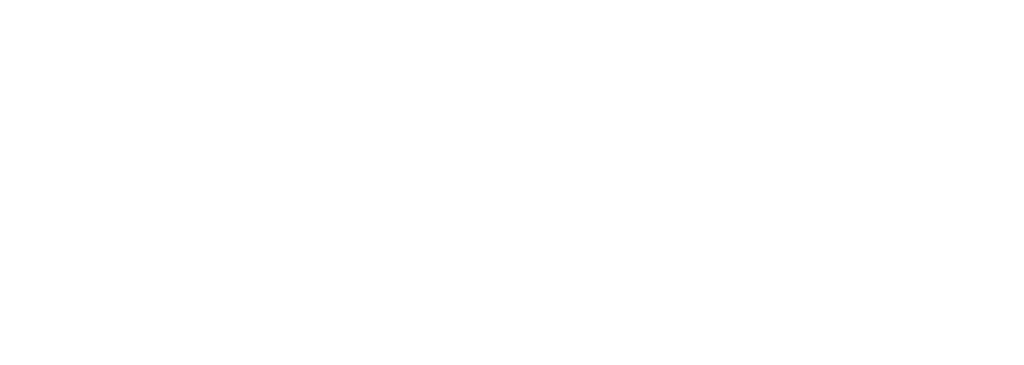
<source format=kicad_pcb>
(kicad_pcb (version 20171130) (host pcbnew "(5.0.1)-4")

  (general
    (thickness 1.6)
    (drawings 29)
    (tracks 0)
    (zones 0)
    (modules 0)
    (nets 1)
  )

  (page A4)
  (layers
    (0 F.Cu signal)
    (31 B.Cu signal)
    (32 B.Adhes user)
    (33 F.Adhes user)
    (34 B.Paste user)
    (35 F.Paste user)
    (36 B.SilkS user)
    (37 F.SilkS user)
    (38 B.Mask user)
    (39 F.Mask user)
    (40 Dwgs.User user)
    (41 Cmts.User user)
    (42 Eco1.User user)
    (43 Eco2.User user)
    (44 Edge.Cuts user)
    (45 Margin user)
    (46 B.CrtYd user)
    (47 F.CrtYd user)
    (48 B.Fab user)
    (49 F.Fab user)
  )

  (setup
    (last_trace_width 0.25)
    (trace_clearance 0.2)
    (zone_clearance 0.508)
    (zone_45_only no)
    (trace_min 0.2)
    (segment_width 0.3)
    (edge_width 0.2)
    (via_size 0.8)
    (via_drill 0.4)
    (via_min_size 0.4)
    (via_min_drill 0.3)
    (uvia_size 0.3)
    (uvia_drill 0.1)
    (uvias_allowed no)
    (uvia_min_size 0.2)
    (uvia_min_drill 0.1)
    (pcb_text_width 0.3)
    (pcb_text_size 1.5 1.5)
    (mod_edge_width 0.15)
    (mod_text_size 1 1)
    (mod_text_width 0.15)
    (pad_size 1.524 1.524)
    (pad_drill 0.762)
    (pad_to_mask_clearance 0.051)
    (solder_mask_min_width 0.25)
    (aux_axis_origin 0 0)
    (visible_elements 7FFFFFFF)
    (pcbplotparams
      (layerselection 0x010f0_ffffffff)
      (usegerberextensions false)
      (usegerberattributes false)
      (usegerberadvancedattributes false)
      (creategerberjobfile false)
      (excludeedgelayer true)
      (linewidth 0.100000)
      (plotframeref false)
      (viasonmask false)
      (mode 1)
      (useauxorigin false)
      (hpglpennumber 1)
      (hpglpenspeed 20)
      (hpglpendiameter 15.000000)
      (psnegative false)
      (psa4output false)
      (plotreference true)
      (plotvalue true)
      (plotinvisibletext false)
      (padsonsilk false)
      (subtractmaskfromsilk false)
      (outputformat 1)
      (mirror false)
      (drillshape 0)
      (scaleselection 1)
      (outputdirectory ""))
  )

  (net 0 "")

  (net_class Default "This is the default net class."
    (clearance 0.2)
    (trace_width 0.25)
    (via_dia 0.8)
    (via_drill 0.4)
    (uvia_dia 0.3)
    (uvia_drill 0.1)
  )

  (gr_circle (center 104 3) (end 105.6 2.9) (layer Eco2.User) (width 0.2) (tstamp 5DA3CA19))
  (gr_circle (center 104 36.65) (end 105.6 36.55) (layer Eco2.User) (width 0.2) (tstamp 5DA3CA13))
  (gr_circle (center 7.5 36.65) (end 9.1 36.55) (layer Eco2.User) (width 0.2) (tstamp 5DA3CA05))
  (gr_circle (center 7.5 3) (end 9.1 2.9) (layer Eco2.User) (width 0.2))
  (gr_arc (start 68.6 14.55) (end 66.600001 16.299999) (angle -97.62814967) (layer Eco2.User) (width 0.2) (tstamp 5DA3C9DC))
  (gr_arc (start 68.6 14.85) (end 70.599999 13.100001) (angle -97.62814967) (layer Eco2.User) (width 0.2) (tstamp 5DA3C9DB))
  (gr_line (start 70.6 13.1) (end 70.6 16.3) (layer Eco2.User) (width 0.2) (tstamp 5DA3C9DA))
  (gr_line (start 66.6 16.3) (end 66.6 13.1) (layer Eco2.User) (width 0.2) (tstamp 5DA3C9C6))
  (gr_arc (start 27.7 14.6) (end 25.700001 16.349999) (angle -97.62814967) (layer Eco2.User) (width 0.2) (tstamp 5DA3C958))
  (gr_arc (start 27.7 14.9) (end 29.699999 13.150001) (angle -97.62814967) (layer Eco2.User) (width 0.2))
  (gr_line (start 25.7 16.35) (end 25.7 13.15) (layer Eco2.User) (width 0.2))
  (gr_line (start 29.7 13.15) (end 29.7 16.35) (layer Eco2.User) (width 0.2))
  (gr_circle (center 91.05 14.75) (end 92.65 14.75) (layer Eco2.User) (width 0.2) (tstamp 5DA3C818))
  (gr_circle (center 63.15 14.75) (end 64.75 14.75) (layer Eco2.User) (width 0.2) (tstamp 5DA3C803))
  (gr_circle (center 22.15 14.75) (end 23.75 14.75) (layer Eco2.User) (width 0.2))
  (gr_circle (center 83.5 13.7) (end 86.65 13.7) (layer Eco2.User) (width 0.2) (tstamp 5DA3C78B))
  (gr_circle (center 55.6 13.7) (end 58.75 13.7) (layer Eco2.User) (width 0.2) (tstamp 5DA3C780))
  (gr_circle (center 40.65 13.7) (end 43.8 13.7) (layer Eco2.User) (width 0.05) (tstamp 5DA3C772))
  (gr_circle (center 83.5 25.7) (end 86.65 25.7) (layer Eco2.User) (width 0.05) (tstamp 5DA3C752))
  (gr_circle (center 68.65 25.7) (end 71.8 25.7) (layer Eco2.User) (width 0.05) (tstamp 5DA3C741))
  (gr_circle (center 55.6 25.7) (end 58.75 25.7) (layer Eco2.User) (width 0.2) (tstamp 5DA3C72C))
  (gr_circle (center 40.65 25.7) (end 43.8 25.7) (layer Eco2.User) (width 0.05) (tstamp 5DA3C71B))
  (gr_circle (center 27.7 25.7) (end 30.85 25.7) (layer Eco2.User) (width 0.05))
  (gr_circle (center 100.05 19.8) (end 104.55 19.8) (layer Eco2.User) (width 0.2) (tstamp 5DA3C6AA))
  (gr_circle (center 11.2 19.8) (end 15.7 19.8) (layer Eco2.User) (width 0.2))
  (gr_line (start 111.4 0) (end 111.4 39.65) (layer Eco2.User) (width 0.2))
  (gr_line (start 0 0) (end 111.4 0) (layer Eco2.User) (width 0.2))
  (gr_line (start 0 39.65) (end 111.4 39.65) (layer Eco2.User) (width 0.2))
  (gr_line (start 0 0) (end 0 39.65) (layer Eco2.User) (width 0.2))

)

</source>
